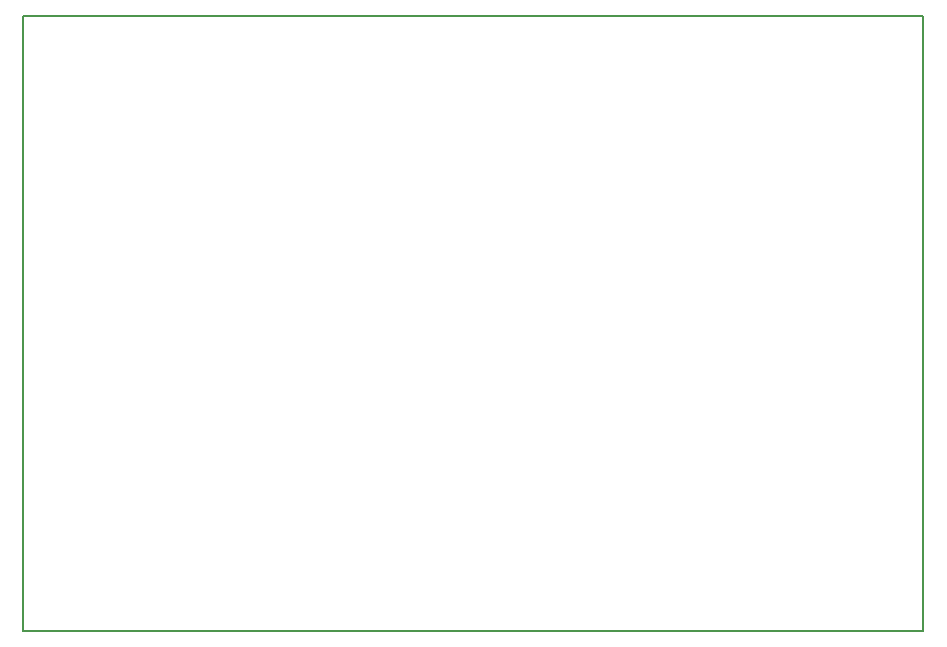
<source format=gbr>
G04 #@! TF.FileFunction,Profile,NP*
%FSLAX46Y46*%
G04 Gerber Fmt 4.6, Leading zero omitted, Abs format (unit mm)*
G04 Created by KiCad (PCBNEW 4.0.1-3.201512221402+6198~38~ubuntu15.04.1-stable) date Mon 28 Mar 2016 11:15:57 PM EDT*
%MOMM*%
G01*
G04 APERTURE LIST*
%ADD10C,0.100000*%
%ADD11C,0.150000*%
G04 APERTURE END LIST*
D10*
D11*
X120650000Y-121920000D02*
X120650000Y-69850000D01*
X196850000Y-121920000D02*
X120650000Y-121920000D01*
X196850000Y-69850000D02*
X196850000Y-121920000D01*
X120650000Y-69850000D02*
X196850000Y-69850000D01*
M02*

</source>
